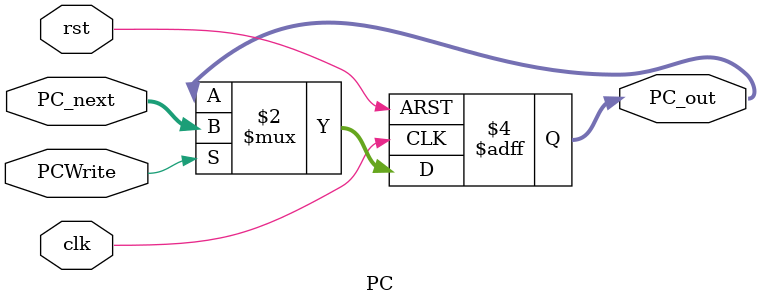
<source format=v>
`timescale 1ns / 1ps

module PC (
    input clk,
    input rst,
    input PCWrite,
    input [31:0] PC_next,
    output reg [31:0] PC_out
);
    always @(posedge clk or posedge rst) begin
        if (rst) begin
            PC_out <= 0;
        end else if (PCWrite) begin
            PC_out <= PC_next;
        end
    end
endmodule


</source>
